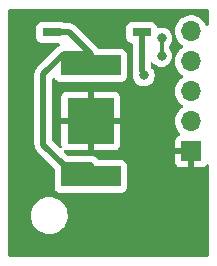
<source format=gbr>
%TF.GenerationSoftware,KiCad,Pcbnew,(6.0.9-0)*%
%TF.CreationDate,2023-01-03T19:06:45+00:00*%
%TF.ProjectId,ds3231_plus,64733332-3331-45f7-906c-75732e6b6963,rev?*%
%TF.SameCoordinates,Original*%
%TF.FileFunction,Copper,L2,Bot*%
%TF.FilePolarity,Positive*%
%FSLAX46Y46*%
G04 Gerber Fmt 4.6, Leading zero omitted, Abs format (unit mm)*
G04 Created by KiCad (PCBNEW (6.0.9-0)) date 2023-01-03 19:06:45*
%MOMM*%
%LPD*%
G01*
G04 APERTURE LIST*
%TA.AperFunction,ComponentPad*%
%ADD10R,1.700000X1.700000*%
%TD*%
%TA.AperFunction,ComponentPad*%
%ADD11O,1.700000X1.700000*%
%TD*%
%TA.AperFunction,SMDPad,CuDef*%
%ADD12R,5.080000X1.780000*%
%TD*%
%TA.AperFunction,SMDPad,CuDef*%
%ADD13R,3.960000X3.960000*%
%TD*%
%TA.AperFunction,SMDPad,CuDef*%
%ADD14R,1.600000X0.760000*%
%TD*%
%TA.AperFunction,ViaPad*%
%ADD15C,0.800000*%
%TD*%
%TA.AperFunction,Conductor*%
%ADD16C,0.500000*%
%TD*%
%TA.AperFunction,Conductor*%
%ADD17C,0.300000*%
%TD*%
G04 APERTURE END LIST*
D10*
%TO.P,J2,1,Pin_1*%
%TO.N,GND*%
X158000000Y-91575000D03*
D11*
%TO.P,J2,2,Pin_2*%
%TO.N,/INT*%
X158000000Y-89035000D03*
%TO.P,J2,3,Pin_3*%
%TO.N,/SCL*%
X158000000Y-86495000D03*
%TO.P,J2,4,Pin_4*%
%TO.N,/SDA*%
X158000000Y-83955000D03*
%TO.P,J2,5,Pin_5*%
%TO.N,+3.3V*%
X158000000Y-81415000D03*
%TD*%
D12*
%TO.P,Backup Battery,1,+*%
%TO.N,Net-(BT1-Pad1)*%
X149500000Y-84300000D03*
X149500000Y-93700000D03*
D13*
%TO.P,Backup Battery,2,-*%
%TO.N,GND*%
X149500000Y-89000000D03*
%TD*%
D14*
%TO.P,Battery Cutoff Switch,1*%
%TO.N,Net-(SW1-Pad1)*%
X153810000Y-81500000D03*
%TO.P,Battery Cutoff Switch,2*%
%TO.N,Net-(BT1-Pad1)*%
X146190000Y-81500000D03*
%TD*%
D15*
%TO.N,GND*%
X155000000Y-93500000D03*
X145500000Y-93500000D03*
X143000000Y-82000000D03*
%TO.N,/SDA*%
X155500000Y-82000000D03*
X155500000Y-83504500D03*
%TO.N,Net-(SW1-Pad1)*%
X154000000Y-85149500D03*
%TD*%
D16*
%TO.N,Net-(BT1-Pad1)*%
X146190000Y-81500000D02*
X147700000Y-81500000D01*
X147200000Y-83300000D02*
X145500000Y-85000000D01*
X145500000Y-91000000D02*
X147200000Y-92700000D01*
X149500000Y-83300000D02*
X147200000Y-83300000D01*
X147700000Y-81500000D02*
X149500000Y-83300000D01*
X147200000Y-92700000D02*
X149500000Y-92700000D01*
X145500000Y-85000000D02*
X145500000Y-91000000D01*
D17*
%TO.N,/SDA*%
X155500000Y-83504500D02*
X155500000Y-82000000D01*
D16*
%TO.N,Net-(SW1-Pad1)*%
X153810000Y-81500000D02*
X153810000Y-84810000D01*
X153810000Y-84810000D02*
X154000000Y-85000000D01*
X154000000Y-85000000D02*
X154000000Y-85149500D01*
%TD*%
%TA.AperFunction,Conductor*%
%TO.N,GND*%
G36*
X159433621Y-79528502D02*
G01*
X159480114Y-79582158D01*
X159491500Y-79634500D01*
X159491500Y-80832362D01*
X159471498Y-80900483D01*
X159417842Y-80946976D01*
X159347568Y-80957080D01*
X159282988Y-80927586D01*
X159249951Y-80882605D01*
X159203419Y-80775589D01*
X159203419Y-80775588D01*
X159201354Y-80770840D01*
X159104437Y-80621029D01*
X159082822Y-80587617D01*
X159082820Y-80587614D01*
X159080014Y-80583277D01*
X158929670Y-80418051D01*
X158925619Y-80414852D01*
X158925615Y-80414848D01*
X158758414Y-80282800D01*
X158758410Y-80282798D01*
X158754359Y-80279598D01*
X158558789Y-80171638D01*
X158553920Y-80169914D01*
X158553916Y-80169912D01*
X158353087Y-80098795D01*
X158353083Y-80098794D01*
X158348212Y-80097069D01*
X158343119Y-80096162D01*
X158343116Y-80096161D01*
X158133373Y-80058800D01*
X158133367Y-80058799D01*
X158128284Y-80057894D01*
X158054452Y-80056992D01*
X157910081Y-80055228D01*
X157910079Y-80055228D01*
X157904911Y-80055165D01*
X157684091Y-80088955D01*
X157471756Y-80158357D01*
X157273607Y-80261507D01*
X157269474Y-80264610D01*
X157269471Y-80264612D01*
X157245247Y-80282800D01*
X157094965Y-80395635D01*
X156940629Y-80557138D01*
X156937715Y-80561410D01*
X156937714Y-80561411D01*
X156866209Y-80666233D01*
X156814743Y-80741680D01*
X156799793Y-80773888D01*
X156728449Y-80927586D01*
X156720688Y-80944305D01*
X156660989Y-81159570D01*
X156637251Y-81381695D01*
X156650110Y-81604715D01*
X156651247Y-81609761D01*
X156651248Y-81609767D01*
X156656874Y-81634729D01*
X156699222Y-81822639D01*
X156730187Y-81898897D01*
X156768575Y-81993435D01*
X156783266Y-82029616D01*
X156899987Y-82220088D01*
X157046250Y-82388938D01*
X157218126Y-82531632D01*
X157235616Y-82541852D01*
X157291445Y-82574476D01*
X157340169Y-82626114D01*
X157353240Y-82695897D01*
X157326509Y-82761669D01*
X157286055Y-82795027D01*
X157273607Y-82801507D01*
X157269474Y-82804610D01*
X157269471Y-82804612D01*
X157127737Y-82911029D01*
X157094965Y-82935635D01*
X156940629Y-83097138D01*
X156814743Y-83281680D01*
X156799475Y-83314572D01*
X156728449Y-83467586D01*
X156720688Y-83484305D01*
X156660989Y-83699570D01*
X156637251Y-83921695D01*
X156637548Y-83926848D01*
X156637548Y-83926851D01*
X156645896Y-84071626D01*
X156650110Y-84144715D01*
X156651247Y-84149761D01*
X156651248Y-84149767D01*
X156672275Y-84243069D01*
X156699222Y-84362639D01*
X156783266Y-84569616D01*
X156805158Y-84605341D01*
X156895313Y-84752460D01*
X156899987Y-84760088D01*
X157046250Y-84928938D01*
X157218126Y-85071632D01*
X157288595Y-85112811D01*
X157291445Y-85114476D01*
X157340169Y-85166114D01*
X157353240Y-85235897D01*
X157326509Y-85301669D01*
X157286055Y-85335027D01*
X157273607Y-85341507D01*
X157269474Y-85344610D01*
X157269471Y-85344612D01*
X157137244Y-85443891D01*
X157094965Y-85475635D01*
X156940629Y-85637138D01*
X156814743Y-85821680D01*
X156799003Y-85855589D01*
X156724725Y-86015609D01*
X156720688Y-86024305D01*
X156660989Y-86239570D01*
X156637251Y-86461695D01*
X156637548Y-86466848D01*
X156637548Y-86466851D01*
X156649812Y-86679547D01*
X156650110Y-86684715D01*
X156651247Y-86689761D01*
X156651248Y-86689767D01*
X156668508Y-86766351D01*
X156699222Y-86902639D01*
X156783266Y-87109616D01*
X156899987Y-87300088D01*
X157046250Y-87468938D01*
X157218126Y-87611632D01*
X157288595Y-87652811D01*
X157291445Y-87654476D01*
X157340169Y-87706114D01*
X157353240Y-87775897D01*
X157326509Y-87841669D01*
X157286055Y-87875027D01*
X157273607Y-87881507D01*
X157269474Y-87884610D01*
X157269471Y-87884612D01*
X157245247Y-87902800D01*
X157094965Y-88015635D01*
X156940629Y-88177138D01*
X156814743Y-88361680D01*
X156799003Y-88395589D01*
X156728449Y-88547586D01*
X156720688Y-88564305D01*
X156660989Y-88779570D01*
X156637251Y-89001695D01*
X156650110Y-89224715D01*
X156651247Y-89229761D01*
X156651248Y-89229767D01*
X156659763Y-89267548D01*
X156699222Y-89442639D01*
X156783266Y-89649616D01*
X156899987Y-89840088D01*
X157046250Y-90008938D01*
X157050225Y-90012238D01*
X157050231Y-90012244D01*
X157055425Y-90016556D01*
X157095059Y-90075460D01*
X157096555Y-90146441D01*
X157059439Y-90206962D01*
X157019168Y-90231480D01*
X156911946Y-90271676D01*
X156896351Y-90280214D01*
X156794276Y-90356715D01*
X156781715Y-90369276D01*
X156705214Y-90471351D01*
X156696676Y-90486946D01*
X156651522Y-90607394D01*
X156647895Y-90622649D01*
X156642369Y-90673514D01*
X156642000Y-90680328D01*
X156642000Y-91302885D01*
X156646475Y-91318124D01*
X156647865Y-91319329D01*
X156655548Y-91321000D01*
X158128000Y-91321000D01*
X158196121Y-91341002D01*
X158242614Y-91394658D01*
X158254000Y-91447000D01*
X158254000Y-92914884D01*
X158258475Y-92930123D01*
X158259865Y-92931328D01*
X158267548Y-92932999D01*
X158894669Y-92932999D01*
X158901490Y-92932629D01*
X158952352Y-92927105D01*
X158967604Y-92923479D01*
X159088054Y-92878324D01*
X159103649Y-92869786D01*
X159205724Y-92793285D01*
X159218285Y-92780724D01*
X159264674Y-92718827D01*
X159321533Y-92676312D01*
X159392351Y-92671286D01*
X159454645Y-92705346D01*
X159488635Y-92767677D01*
X159491500Y-92794392D01*
X159491500Y-100365500D01*
X159471498Y-100433621D01*
X159417842Y-100480114D01*
X159365500Y-100491500D01*
X142634500Y-100491500D01*
X142566379Y-100471498D01*
X142519886Y-100417842D01*
X142508500Y-100365500D01*
X142508500Y-97054568D01*
X144437382Y-97054568D01*
X144466208Y-97303699D01*
X144467587Y-97308573D01*
X144467588Y-97308577D01*
X144506526Y-97446181D01*
X144534494Y-97545017D01*
X144536628Y-97549592D01*
X144536630Y-97549599D01*
X144638347Y-97767731D01*
X144640484Y-97772313D01*
X144643326Y-97776494D01*
X144643326Y-97776495D01*
X144778605Y-97975552D01*
X144778608Y-97975556D01*
X144781451Y-97979739D01*
X144784928Y-97983416D01*
X144784929Y-97983417D01*
X144885238Y-98089491D01*
X144953767Y-98161959D01*
X144957793Y-98165037D01*
X144957794Y-98165038D01*
X145148981Y-98311212D01*
X145148985Y-98311215D01*
X145153001Y-98314285D01*
X145374026Y-98432797D01*
X145378807Y-98434443D01*
X145378811Y-98434445D01*
X145604538Y-98512169D01*
X145611156Y-98514448D01*
X145714689Y-98532331D01*
X145854380Y-98556460D01*
X145854386Y-98556461D01*
X145858290Y-98557135D01*
X145862251Y-98557315D01*
X145862252Y-98557315D01*
X145886931Y-98558436D01*
X145886950Y-98558436D01*
X145888350Y-98558500D01*
X146063015Y-98558500D01*
X146065523Y-98558298D01*
X146065528Y-98558298D01*
X146244944Y-98543863D01*
X146244949Y-98543862D01*
X146249985Y-98543457D01*
X146254893Y-98542252D01*
X146254896Y-98542251D01*
X146488625Y-98484841D01*
X146493539Y-98483634D01*
X146498191Y-98481659D01*
X146498195Y-98481658D01*
X146719741Y-98387617D01*
X146719742Y-98387617D01*
X146724396Y-98385641D01*
X146936615Y-98252000D01*
X147124738Y-98086147D01*
X147283924Y-97892351D01*
X147410078Y-97675596D01*
X147499955Y-97441461D01*
X147551241Y-97195967D01*
X147562618Y-96945432D01*
X147533792Y-96696301D01*
X147494810Y-96558539D01*
X147466884Y-96459852D01*
X147466883Y-96459850D01*
X147465506Y-96454983D01*
X147463372Y-96450408D01*
X147463370Y-96450401D01*
X147361653Y-96232269D01*
X147361651Y-96232265D01*
X147359516Y-96227687D01*
X147356674Y-96223505D01*
X147221395Y-96024448D01*
X147221392Y-96024444D01*
X147218549Y-96020261D01*
X147117925Y-95913853D01*
X147049713Y-95841721D01*
X147046233Y-95838041D01*
X147042206Y-95834962D01*
X146851019Y-95688788D01*
X146851015Y-95688785D01*
X146846999Y-95685715D01*
X146625974Y-95567203D01*
X146621193Y-95565557D01*
X146621189Y-95565555D01*
X146393633Y-95487201D01*
X146388844Y-95485552D01*
X146285311Y-95467669D01*
X146145620Y-95443540D01*
X146145614Y-95443539D01*
X146141710Y-95442865D01*
X146137749Y-95442685D01*
X146137748Y-95442685D01*
X146113069Y-95441564D01*
X146113050Y-95441564D01*
X146111650Y-95441500D01*
X145936985Y-95441500D01*
X145934477Y-95441702D01*
X145934472Y-95441702D01*
X145755056Y-95456137D01*
X145755051Y-95456138D01*
X145750015Y-95456543D01*
X145745107Y-95457748D01*
X145745104Y-95457749D01*
X145513326Y-95514680D01*
X145506461Y-95516366D01*
X145501809Y-95518341D01*
X145501805Y-95518342D01*
X145381061Y-95569595D01*
X145275604Y-95614359D01*
X145063385Y-95748000D01*
X144875262Y-95913853D01*
X144716076Y-96107649D01*
X144589922Y-96324404D01*
X144500045Y-96558539D01*
X144448759Y-96804033D01*
X144437382Y-97054568D01*
X142508500Y-97054568D01*
X142508500Y-90973349D01*
X144736801Y-90973349D01*
X144737394Y-90980641D01*
X144737394Y-90980644D01*
X144741085Y-91026018D01*
X144741500Y-91036233D01*
X144741500Y-91044293D01*
X144741925Y-91047937D01*
X144744789Y-91072507D01*
X144745222Y-91076882D01*
X144751140Y-91149637D01*
X144753396Y-91156601D01*
X144754587Y-91162560D01*
X144755971Y-91168415D01*
X144756818Y-91175681D01*
X144781735Y-91244327D01*
X144783152Y-91248455D01*
X144805649Y-91317899D01*
X144809445Y-91324154D01*
X144811951Y-91329628D01*
X144814670Y-91335058D01*
X144817167Y-91341937D01*
X144821180Y-91348057D01*
X144821180Y-91348058D01*
X144857186Y-91402976D01*
X144859523Y-91406680D01*
X144897405Y-91469107D01*
X144901121Y-91473315D01*
X144901122Y-91473316D01*
X144904803Y-91477484D01*
X144904776Y-91477508D01*
X144907429Y-91480500D01*
X144910132Y-91483733D01*
X144914144Y-91489852D01*
X144919456Y-91494884D01*
X144970383Y-91543128D01*
X144972825Y-91545506D01*
X146414595Y-92987276D01*
X146448621Y-93049588D01*
X146451500Y-93076371D01*
X146451500Y-94638134D01*
X146458255Y-94700316D01*
X146509385Y-94836705D01*
X146596739Y-94953261D01*
X146713295Y-95040615D01*
X146849684Y-95091745D01*
X146911866Y-95098500D01*
X152088134Y-95098500D01*
X152150316Y-95091745D01*
X152286705Y-95040615D01*
X152403261Y-94953261D01*
X152490615Y-94836705D01*
X152541745Y-94700316D01*
X152548500Y-94638134D01*
X152548500Y-92761866D01*
X152541745Y-92699684D01*
X152490615Y-92563295D01*
X152420446Y-92469669D01*
X156642001Y-92469669D01*
X156642371Y-92476490D01*
X156647895Y-92527352D01*
X156651521Y-92542604D01*
X156696676Y-92663054D01*
X156705214Y-92678649D01*
X156781715Y-92780724D01*
X156794276Y-92793285D01*
X156896351Y-92869786D01*
X156911946Y-92878324D01*
X157032394Y-92923478D01*
X157047649Y-92927105D01*
X157098514Y-92932631D01*
X157105328Y-92933000D01*
X157727885Y-92933000D01*
X157743124Y-92928525D01*
X157744329Y-92927135D01*
X157746000Y-92919452D01*
X157746000Y-91847115D01*
X157741525Y-91831876D01*
X157740135Y-91830671D01*
X157732452Y-91829000D01*
X156660116Y-91829000D01*
X156644877Y-91833475D01*
X156643672Y-91834865D01*
X156642001Y-91842548D01*
X156642001Y-92469669D01*
X152420446Y-92469669D01*
X152403261Y-92446739D01*
X152286705Y-92359385D01*
X152150316Y-92308255D01*
X152088134Y-92301500D01*
X150212240Y-92301500D01*
X150144119Y-92281498D01*
X150110758Y-92250182D01*
X150062849Y-92185081D01*
X150058508Y-92179182D01*
X150037023Y-92160929D01*
X149929294Y-92069406D01*
X149929290Y-92069403D01*
X149923715Y-92064667D01*
X149842180Y-92023033D01*
X149772708Y-91987558D01*
X149772706Y-91987557D01*
X149766192Y-91984231D01*
X149759087Y-91982492D01*
X149759083Y-91982491D01*
X149676762Y-91962348D01*
X149594390Y-91942192D01*
X149588788Y-91941844D01*
X149588785Y-91941844D01*
X149585175Y-91941620D01*
X149585165Y-91941620D01*
X149583236Y-91941500D01*
X147566371Y-91941500D01*
X147498250Y-91921498D01*
X147477276Y-91904595D01*
X147251740Y-91679059D01*
X147217714Y-91616747D01*
X147222779Y-91545932D01*
X147265326Y-91489096D01*
X147331846Y-91464285D01*
X147385064Y-91471982D01*
X147402391Y-91478478D01*
X147417649Y-91482105D01*
X147468514Y-91487631D01*
X147475328Y-91488000D01*
X149227885Y-91488000D01*
X149243124Y-91483525D01*
X149244329Y-91482135D01*
X149246000Y-91474452D01*
X149246000Y-91469884D01*
X149754000Y-91469884D01*
X149758475Y-91485123D01*
X149759865Y-91486328D01*
X149767548Y-91487999D01*
X151524669Y-91487999D01*
X151531490Y-91487629D01*
X151582352Y-91482105D01*
X151597604Y-91478479D01*
X151718054Y-91433324D01*
X151733649Y-91424786D01*
X151835724Y-91348285D01*
X151848285Y-91335724D01*
X151924786Y-91233649D01*
X151933324Y-91218054D01*
X151978478Y-91097606D01*
X151982105Y-91082351D01*
X151987631Y-91031486D01*
X151988000Y-91024672D01*
X151988000Y-89272115D01*
X151983525Y-89256876D01*
X151982135Y-89255671D01*
X151974452Y-89254000D01*
X149772115Y-89254000D01*
X149756876Y-89258475D01*
X149755671Y-89259865D01*
X149754000Y-89267548D01*
X149754000Y-91469884D01*
X149246000Y-91469884D01*
X149246000Y-89272115D01*
X149241525Y-89256876D01*
X149240135Y-89255671D01*
X149232452Y-89254000D01*
X147030116Y-89254000D01*
X147014877Y-89258475D01*
X147013672Y-89259865D01*
X147012001Y-89267548D01*
X147012001Y-91024669D01*
X147012371Y-91031490D01*
X147017895Y-91082352D01*
X147021522Y-91097607D01*
X147028018Y-91114936D01*
X147033201Y-91185743D01*
X146999280Y-91248112D01*
X146937024Y-91282241D01*
X146866200Y-91277294D01*
X146820941Y-91248260D01*
X146295405Y-90722724D01*
X146261379Y-90660412D01*
X146258500Y-90633629D01*
X146258500Y-88727885D01*
X147012000Y-88727885D01*
X147016475Y-88743124D01*
X147017865Y-88744329D01*
X147025548Y-88746000D01*
X149227885Y-88746000D01*
X149243124Y-88741525D01*
X149244329Y-88740135D01*
X149246000Y-88732452D01*
X149246000Y-88727885D01*
X149754000Y-88727885D01*
X149758475Y-88743124D01*
X149759865Y-88744329D01*
X149767548Y-88746000D01*
X151969884Y-88746000D01*
X151985123Y-88741525D01*
X151986328Y-88740135D01*
X151987999Y-88732452D01*
X151987999Y-86975331D01*
X151987629Y-86968510D01*
X151982105Y-86917648D01*
X151978479Y-86902396D01*
X151933324Y-86781946D01*
X151924786Y-86766351D01*
X151848285Y-86664276D01*
X151835724Y-86651715D01*
X151733649Y-86575214D01*
X151718054Y-86566676D01*
X151597606Y-86521522D01*
X151582351Y-86517895D01*
X151531486Y-86512369D01*
X151524672Y-86512000D01*
X149772115Y-86512000D01*
X149756876Y-86516475D01*
X149755671Y-86517865D01*
X149754000Y-86525548D01*
X149754000Y-88727885D01*
X149246000Y-88727885D01*
X149246000Y-86530116D01*
X149241525Y-86514877D01*
X149240135Y-86513672D01*
X149232452Y-86512001D01*
X147475331Y-86512001D01*
X147468510Y-86512371D01*
X147417648Y-86517895D01*
X147402396Y-86521521D01*
X147281946Y-86566676D01*
X147266351Y-86575214D01*
X147164276Y-86651715D01*
X147151715Y-86664276D01*
X147075214Y-86766351D01*
X147066676Y-86781946D01*
X147021522Y-86902394D01*
X147017895Y-86917649D01*
X147012369Y-86968514D01*
X147012000Y-86975328D01*
X147012000Y-88727885D01*
X146258500Y-88727885D01*
X146258500Y-85462521D01*
X146278502Y-85394400D01*
X146332158Y-85347907D01*
X146402432Y-85337803D01*
X146467012Y-85367297D01*
X146502482Y-85418292D01*
X146509385Y-85436705D01*
X146596739Y-85553261D01*
X146713295Y-85640615D01*
X146849684Y-85691745D01*
X146911866Y-85698500D01*
X152088134Y-85698500D01*
X152150316Y-85691745D01*
X152286705Y-85640615D01*
X152403261Y-85553261D01*
X152490615Y-85436705D01*
X152541745Y-85300316D01*
X152548500Y-85238134D01*
X152548500Y-83361866D01*
X152541745Y-83299684D01*
X152490615Y-83163295D01*
X152403261Y-83046739D01*
X152286705Y-82959385D01*
X152150316Y-82908255D01*
X152088134Y-82901500D01*
X150216366Y-82901500D01*
X150148245Y-82881498D01*
X150108648Y-82840867D01*
X150105508Y-82835693D01*
X150102595Y-82830892D01*
X150095197Y-82822516D01*
X150083770Y-82811089D01*
X150071384Y-82796677D01*
X150062851Y-82785082D01*
X150062846Y-82785077D01*
X150058508Y-82779182D01*
X150052930Y-82774443D01*
X150052927Y-82774440D01*
X150018232Y-82744965D01*
X150010716Y-82738035D01*
X149200815Y-81928134D01*
X152501500Y-81928134D01*
X152508255Y-81990316D01*
X152559385Y-82126705D01*
X152646739Y-82243261D01*
X152763295Y-82330615D01*
X152899684Y-82381745D01*
X152926914Y-82384703D01*
X152939108Y-82386028D01*
X153004670Y-82413270D01*
X153045096Y-82471634D01*
X153051500Y-82511291D01*
X153051500Y-84742930D01*
X153050067Y-84761880D01*
X153046801Y-84783349D01*
X153047394Y-84790641D01*
X153047394Y-84790644D01*
X153051085Y-84836018D01*
X153051500Y-84846233D01*
X153051500Y-84854293D01*
X153051925Y-84857937D01*
X153054789Y-84882507D01*
X153055222Y-84886882D01*
X153059497Y-84939432D01*
X153061140Y-84959637D01*
X153063396Y-84966601D01*
X153064587Y-84972560D01*
X153065971Y-84978414D01*
X153066818Y-84985681D01*
X153071715Y-84999171D01*
X153085524Y-85037215D01*
X153092395Y-85093377D01*
X153086496Y-85149500D01*
X153087186Y-85156065D01*
X153101522Y-85292460D01*
X153106458Y-85339428D01*
X153165473Y-85521056D01*
X153260960Y-85686444D01*
X153388747Y-85828366D01*
X153543248Y-85940618D01*
X153549276Y-85943302D01*
X153549278Y-85943303D01*
X153693661Y-86007586D01*
X153717712Y-86018294D01*
X153806093Y-86037080D01*
X153898056Y-86056628D01*
X153898061Y-86056628D01*
X153904513Y-86058000D01*
X154095487Y-86058000D01*
X154101939Y-86056628D01*
X154101944Y-86056628D01*
X154193907Y-86037080D01*
X154282288Y-86018294D01*
X154306339Y-86007586D01*
X154450722Y-85943303D01*
X154450724Y-85943302D01*
X154456752Y-85940618D01*
X154611253Y-85828366D01*
X154739040Y-85686444D01*
X154834527Y-85521056D01*
X154893542Y-85339428D01*
X154898479Y-85292460D01*
X154912814Y-85156065D01*
X154913504Y-85149500D01*
X154905320Y-85071632D01*
X154894232Y-84966135D01*
X154894232Y-84966133D01*
X154893542Y-84959572D01*
X154834527Y-84777944D01*
X154827697Y-84766113D01*
X154742341Y-84618274D01*
X154739040Y-84612556D01*
X154726579Y-84598716D01*
X154630836Y-84492383D01*
X154611253Y-84470634D01*
X154609357Y-84469257D01*
X154572949Y-84410155D01*
X154568500Y-84376969D01*
X154568500Y-84155936D01*
X154588502Y-84087815D01*
X154642158Y-84041322D01*
X154712432Y-84031218D01*
X154777012Y-84060712D01*
X154788136Y-84071626D01*
X154853946Y-84144715D01*
X154888747Y-84183366D01*
X155043248Y-84295618D01*
X155049276Y-84298302D01*
X155049278Y-84298303D01*
X155193780Y-84362639D01*
X155217712Y-84373294D01*
X155311112Y-84393147D01*
X155398056Y-84411628D01*
X155398061Y-84411628D01*
X155404513Y-84413000D01*
X155595487Y-84413000D01*
X155601939Y-84411628D01*
X155601944Y-84411628D01*
X155688887Y-84393147D01*
X155782288Y-84373294D01*
X155806220Y-84362639D01*
X155950722Y-84298303D01*
X155950724Y-84298302D01*
X155956752Y-84295618D01*
X156111253Y-84183366D01*
X156141506Y-84149767D01*
X156234621Y-84046352D01*
X156234622Y-84046351D01*
X156239040Y-84041444D01*
X156334527Y-83876056D01*
X156393542Y-83694428D01*
X156413504Y-83504500D01*
X156393542Y-83314572D01*
X156334527Y-83132944D01*
X156239040Y-82967556D01*
X156190864Y-82914051D01*
X156160146Y-82850044D01*
X156158500Y-82829741D01*
X156158500Y-82674759D01*
X156178502Y-82606638D01*
X156190864Y-82590449D01*
X156234621Y-82541852D01*
X156234622Y-82541851D01*
X156239040Y-82536944D01*
X156322585Y-82392240D01*
X156331223Y-82377279D01*
X156331224Y-82377278D01*
X156334527Y-82371556D01*
X156393542Y-82189928D01*
X156400758Y-82121277D01*
X156412814Y-82006565D01*
X156413504Y-82000000D01*
X156412486Y-81990316D01*
X156394232Y-81816635D01*
X156394232Y-81816633D01*
X156393542Y-81810072D01*
X156334527Y-81628444D01*
X156239040Y-81463056D01*
X156111253Y-81321134D01*
X155956752Y-81208882D01*
X155950724Y-81206198D01*
X155950722Y-81206197D01*
X155788319Y-81133891D01*
X155788318Y-81133891D01*
X155782288Y-81131206D01*
X155688888Y-81111353D01*
X155601944Y-81092872D01*
X155601939Y-81092872D01*
X155595487Y-81091500D01*
X155404513Y-81091500D01*
X155398061Y-81092872D01*
X155398056Y-81092872D01*
X155263440Y-81121486D01*
X155192649Y-81116084D01*
X155136017Y-81073267D01*
X155116977Y-81024615D01*
X155114425Y-81025222D01*
X155112598Y-81017540D01*
X155111745Y-81009684D01*
X155060615Y-80873295D01*
X154973261Y-80756739D01*
X154856705Y-80669385D01*
X154720316Y-80618255D01*
X154658134Y-80611500D01*
X152961866Y-80611500D01*
X152899684Y-80618255D01*
X152763295Y-80669385D01*
X152646739Y-80756739D01*
X152559385Y-80873295D01*
X152508255Y-81009684D01*
X152501500Y-81071866D01*
X152501500Y-81928134D01*
X149200815Y-81928134D01*
X148283770Y-81011089D01*
X148271384Y-80996677D01*
X148262851Y-80985082D01*
X148262846Y-80985077D01*
X148258508Y-80979182D01*
X148252930Y-80974443D01*
X148252927Y-80974440D01*
X148218232Y-80944965D01*
X148210716Y-80938035D01*
X148205021Y-80932340D01*
X148198880Y-80927482D01*
X148182749Y-80914719D01*
X148179345Y-80911928D01*
X148129297Y-80869409D01*
X148129295Y-80869408D01*
X148123715Y-80864667D01*
X148117199Y-80861339D01*
X148112150Y-80857972D01*
X148107021Y-80854805D01*
X148101284Y-80850266D01*
X148035125Y-80819345D01*
X148031225Y-80817439D01*
X147966192Y-80784231D01*
X147959084Y-80782492D01*
X147953441Y-80780393D01*
X147947678Y-80778476D01*
X147941050Y-80775378D01*
X147869583Y-80760513D01*
X147865299Y-80759543D01*
X147831849Y-80751358D01*
X147794390Y-80742192D01*
X147788788Y-80741844D01*
X147788785Y-80741844D01*
X147783236Y-80741500D01*
X147783238Y-80741464D01*
X147779245Y-80741225D01*
X147775053Y-80740851D01*
X147767885Y-80739360D01*
X147701675Y-80741151D01*
X147690479Y-80741454D01*
X147687072Y-80741500D01*
X147374903Y-80741500D01*
X147306782Y-80721498D01*
X147299338Y-80716326D01*
X147236705Y-80669385D01*
X147100316Y-80618255D01*
X147038134Y-80611500D01*
X145341866Y-80611500D01*
X145279684Y-80618255D01*
X145143295Y-80669385D01*
X145026739Y-80756739D01*
X144939385Y-80873295D01*
X144888255Y-81009684D01*
X144881500Y-81071866D01*
X144881500Y-81928134D01*
X144888255Y-81990316D01*
X144939385Y-82126705D01*
X145026739Y-82243261D01*
X145143295Y-82330615D01*
X145279684Y-82381745D01*
X145341866Y-82388500D01*
X146784852Y-82388500D01*
X146852973Y-82408502D01*
X146899466Y-82462158D01*
X146909570Y-82532432D01*
X146880076Y-82597012D01*
X146853937Y-82619872D01*
X146797024Y-82657186D01*
X146793320Y-82659523D01*
X146730893Y-82697405D01*
X146722516Y-82704803D01*
X146722492Y-82704776D01*
X146719500Y-82707429D01*
X146716267Y-82710132D01*
X146710148Y-82714144D01*
X146680951Y-82744965D01*
X146656872Y-82770383D01*
X146654494Y-82772825D01*
X145011089Y-84416230D01*
X144996677Y-84428616D01*
X144985082Y-84437149D01*
X144985077Y-84437154D01*
X144979182Y-84441492D01*
X144974443Y-84447070D01*
X144974440Y-84447073D01*
X144944965Y-84481768D01*
X144938035Y-84489284D01*
X144932340Y-84494979D01*
X144930060Y-84497861D01*
X144914719Y-84517251D01*
X144911928Y-84520655D01*
X144869409Y-84570703D01*
X144864667Y-84576285D01*
X144861339Y-84582801D01*
X144857972Y-84587850D01*
X144854805Y-84592979D01*
X144850266Y-84598716D01*
X144819345Y-84664875D01*
X144817442Y-84668769D01*
X144784231Y-84733808D01*
X144782492Y-84740916D01*
X144780393Y-84746559D01*
X144778476Y-84752322D01*
X144775378Y-84758950D01*
X144773888Y-84766112D01*
X144773888Y-84766113D01*
X144760514Y-84830412D01*
X144759544Y-84834696D01*
X144742192Y-84905610D01*
X144741500Y-84916764D01*
X144741464Y-84916762D01*
X144741225Y-84920755D01*
X144740851Y-84924947D01*
X144739360Y-84932115D01*
X144739558Y-84939432D01*
X144741454Y-85009521D01*
X144741500Y-85012928D01*
X144741500Y-90932930D01*
X144740067Y-90951880D01*
X144736801Y-90973349D01*
X142508500Y-90973349D01*
X142508500Y-79634500D01*
X142528502Y-79566379D01*
X142582158Y-79519886D01*
X142634500Y-79508500D01*
X159365500Y-79508500D01*
X159433621Y-79528502D01*
G37*
%TD.AperFunction*%
%TD*%
M02*

</source>
